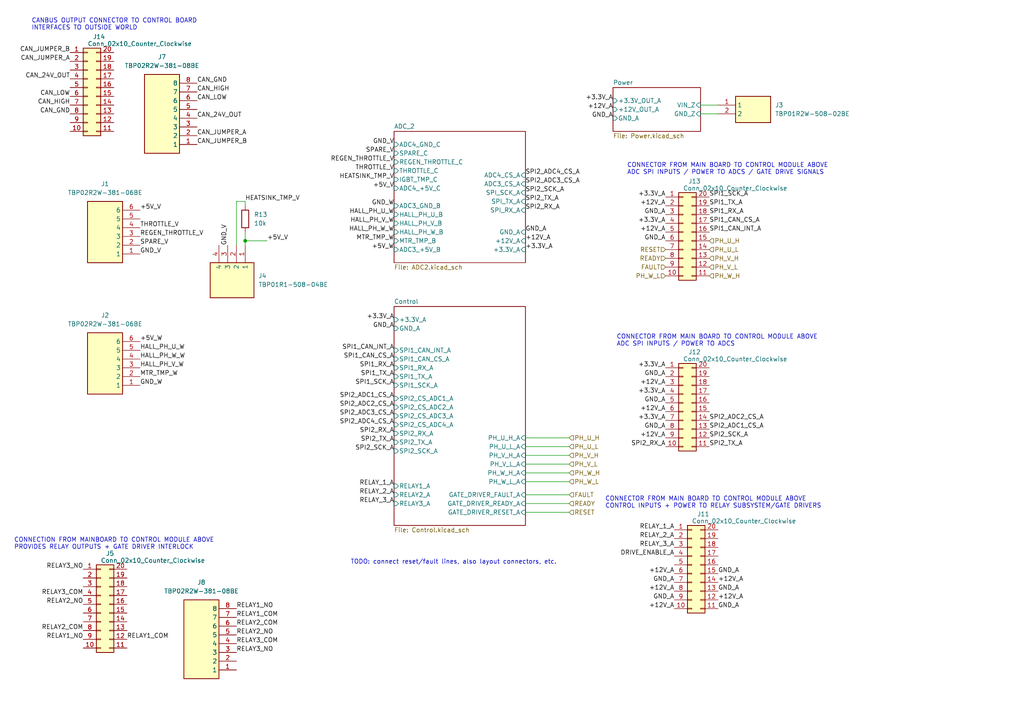
<source format=kicad_sch>
(kicad_sch (version 20250114) (generator "eeschema") (generator_version "9.0")
  (paper "A4")
  (lib_symbols
    (symbol "Connector_Generic:Conn_02x10_Counter_Clockwise" (pin_names (offset 1.016) (hide yes))
      (property "Reference" "J" (at 1.27 12.7 0))
      (property "Value" "Conn_02x10_Counter_Clockwise" (at 1.27 -15.24 0))
      (symbol "Conn_02x10_Counter_Clockwise_1_1"
        (rectangle (start -1.27 11.43) (end 3.81 -13.97) (stroke (width 0.254)) (fill (type background)))
        (rectangle (start -1.27 10.287) (end 0 10.033) (stroke (width 0.1524)))
        (rectangle (start -1.27 7.747) (end 0 7.493) (stroke (width 0.1524)))
        (rectangle (start -1.27 5.207) (end 0 4.953) (stroke (width 0.1524)))
        (rectangle (start -1.27 2.667) (end 0 2.413) (stroke (width 0.1524)))
        (rectangle (start -1.27 0.127) (end 0 -0.127) (stroke (width 0.1524)))
        (rectangle (start -1.27 -2.413) (end 0 -2.667) (stroke (width 0.1524)))
        (rectangle (start -1.27 -4.953) (end 0 -5.207) (stroke (width 0.1524)))
        (rectangle (start -1.27 -7.493) (end 0 -7.747) (stroke (width 0.1524)))
        (rectangle (start -1.27 -10.033) (end 0 -10.287) (stroke (width 0.1524)))
        (rectangle (start -1.27 -12.573) (end 0 -12.827) (stroke (width 0.1524)))
        (rectangle (start 3.81 10.287) (end 2.54 10.033) (stroke (width 0.1524)))
        (rectangle (start 3.81 7.747) (end 2.54 7.493) (stroke (width 0.1524)))
        (rectangle (start 3.81 5.207) (end 2.54 4.953) (stroke (width 0.1524)))
        (rectangle (start 3.81 2.667) (end 2.54 2.413) (stroke (width 0.1524)))
        (rectangle (start 3.81 0.127) (end 2.54 -0.127) (stroke (width 0.1524)))
        (rectangle (start 3.81 -2.413) (end 2.54 -2.667) (stroke (width 0.1524)))
        (rectangle (start 3.81 -4.953) (end 2.54 -5.207) (stroke (width 0.1524)))
        (rectangle (start 3.81 -7.493) (end 2.54 -7.747) (stroke (width 0.1524)))
        (rectangle (start 3.81 -10.033) (end 2.54 -10.287) (stroke (width 0.1524)))
        (rectangle (start 3.81 -12.573) (end 2.54 -12.827) (stroke (width 0.1524)))
        (pin passive line (at -5.08 10.16 0) (length 3.81) (name "Pin_1") (number "1"))
        (pin passive line (at -5.08 7.62 0) (length 3.81) (name "Pin_2") (number "2"))
        (pin passive line (at -5.08 5.08 0) (length 3.81) (name "Pin_3") (number "3"))
        (pin passive line (at -5.08 2.54 0) (length 3.81) (name "Pin_4") (number "4"))
        (pin passive line (at -5.08 0 0) (length 3.81) (name "Pin_5") (number "5"))
        (pin passive line (at -5.08 -2.54 0) (length 3.81) (name "Pin_6") (number "6"))
        (pin passive line (at -5.08 -5.08 0) (length 3.81) (name "Pin_7") (number "7"))
        (pin passive line (at -5.08 -7.62 0) (length 3.81) (name "Pin_8") (number "8"))
        (pin passive line (at -5.08 -10.16 0) (length 3.81) (name "Pin_9") (number "9"))
        (pin passive line (at -5.08 -12.7 0) (length 3.81) (name "Pin_10") (number "10"))
        (pin passive line (at 7.62 10.16 180) (length 3.81) (name "Pin_20") (number "20"))
        (pin passive line (at 7.62 7.62 180) (length 3.81) (name "Pin_19") (number "19"))
        (pin passive line (at 7.62 5.08 180) (length 3.81) (name "Pin_18") (number "18"))
        (pin passive line (at 7.62 2.54 180) (length 3.81) (name "Pin_17") (number "17"))
        (pin passive line (at 7.62 0 180) (length 3.81) (name "Pin_16") (number "16"))
        (pin passive line (at 7.62 -2.54 180) (length 3.81) (name "Pin_15") (number "15"))
        (pin passive line (at 7.62 -5.08 180) (length 3.81) (name "Pin_14") (number "14"))
        (pin passive line (at 7.62 -7.62 180) (length 3.81) (name "Pin_13") (number "13"))
        (pin passive line (at 7.62 -10.16 180) (length 3.81) (name "Pin_12") (number "12"))
        (pin passive line (at 7.62 -12.7 180) (length 3.81) (name "Pin_11") (number "11"))
      )
    )
    (symbol "Device:R" (pin_numbers (hide yes)) (pin_names (offset 0))
      (property "Reference" "R" (at 2.032 0 90))
      (property "Value" "R" (at 0 0 90))
      (symbol "R_0_1"
        (rectangle (start -1.016 -2.54) (end 1.016 2.54) (stroke (width 0.254)))
      )
      (symbol "R_1_1"
        (pin passive line (at 0 3.81 270) (length 1.27) (name "~") (number "1"))
        (pin passive line (at 0 -3.81 90) (length 1.27) (name "~") (number "2"))
      )
    )
    (symbol "InverterCom:776231-1"
      (property "Reference" "J" (at 21.59 7.62 0))
      (property "Value" "776231-1" (at 21.59 5.08 0))
      (symbol "776231-1_1_1"
        (rectangle (start 5.08 2.54) (end 20.32 -50.8) (stroke (width 0.254)) (fill (type background)))
        (pin passive line (at 0 0 0) (length 5.08) (name "1") (number "1"))
        (pin passive line (at 0 -2.54 0) (length 5.08) (name "2") (number "2"))
        (pin passive line (at 0 -5.08 0) (length 5.08) (name "3") (number "3"))
        (pin passive line (at 0 -7.62 0) (length 5.08) (name "4") (number "4"))
        (pin passive line (at 0 -10.16 0) (length 5.08) (name "5") (number "5"))
        (pin passive line (at 0 -12.7 0) (length 5.08) (name "6") (number "6"))
        (pin passive line (at 0 -15.24 0) (length 5.08) (name "7") (number "7"))
        (pin passive line (at 0 -17.78 0) (length 5.08) (name "8") (number "8"))
        (pin passive line (at 0 -20.32 0) (length 5.08) (name "9") (number "9"))
        (pin passive line (at 0 -22.86 0) (length 5.08) (name "10") (number "10"))
        (pin passive line (at 0 -25.4 0) (length 5.08) (name "11") (number "11"))
        (pin passive line (at 0 -27.94 0) (length 5.08) (name "12") (number "12"))
        (pin passive line (at 0 -30.48 0) (length 5.08) (name "13") (number "13"))
        (pin passive line (at 0 -33.02 0) (length 5.08) (name "14") (number "14"))
        (pin passive line (at 0 -35.56 0) (length 5.08) (name "15") (number "15"))
        (pin passive line (at 0 -38.1 0) (length 5.08) (name "16") (number "16"))
        (pin passive line (at 0 -40.64 0) (length 5.08) (name "17") (number "17"))
        (pin passive line (at 0 -43.18 0) (length 5.08) (name "18") (number "18"))
        (pin passive line (at 0 -45.72 0) (length 5.08) (name "19") (number "19"))
        (pin passive line (at 0 -48.26 0) (length 5.08) (name "20") (number "20"))
        (pin passive line (at 25.4 0 180) (length 5.08) (name "21") (number "21"))
        (pin passive line (at 25.4 -2.54 180) (length 5.08) (name "22") (number "22"))
        (pin passive line (at 25.4 -5.08 180) (length 5.08) (name "23") (number "23"))
        (pin passive line (at 25.4 -7.62 180) (length 5.08) (name "24") (number "24"))
        (pin passive line (at 25.4 -10.16 180) (length 5.08) (name "25") (number "25"))
        (pin passive line (at 25.4 -12.7 180) (length 5.08) (name "26") (number "26"))
        (pin passive line (at 25.4 -15.24 180) (length 5.08) (name "27") (number "27"))
        (pin passive line (at 25.4 -17.78 180) (length 5.08) (name "28") (number "28"))
        (pin passive line (at 25.4 -20.32 180) (length 5.08) (name "29") (number "29"))
        (pin passive line (at 25.4 -22.86 180) (length 5.08) (name "30") (number "30"))
        (pin passive line (at 25.4 -25.4 180) (length 5.08) (name "31") (number "31"))
        (pin passive line (at 25.4 -27.94 180) (length 5.08) (name "32") (number "32"))
        (pin passive line (at 25.4 -30.48 180) (length 5.08) (name "33") (number "33"))
        (pin passive line (at 25.4 -33.02 180) (length 5.08) (name "34") (number "34"))
        (pin passive line (at 25.4 -35.56 180) (length 5.08) (name "35") (number "35"))
        (pin passive line (at 25.4 -38.1 180) (length 5.08) (name "MH1") (number "MH1"))
        (pin passive line (at 25.4 -40.64 180) (length 5.08) (name "MH2") (number "MH2"))
        (pin passive line (at 25.4 -43.18 180) (length 5.08) (name "MH3") (number "MH3"))
        (pin passive line (at 25.4 -45.72 180) (length 5.08) (name "MH4") (number "MH4"))
      )
    )
    (symbol "InverterCom:TBP01R1-508-04BE"
      (property "Reference" "J" (at 16.51 7.62 0))
      (property "Value" "TBP01R1-508-04BE" (at 16.51 5.08 0))
      (symbol "TBP01R1-508-04BE_1_1"
        (rectangle (start 5.08 2.54) (end 15.24 -10.16) (stroke (width 0.254)) (fill (type background)))
        (pin passive line (at 0 0 0) (length 5.08) (name "1") (number "1"))
        (pin passive line (at 0 -2.54 0) (length 5.08) (name "2") (number "2"))
        (pin passive line (at 0 -5.08 0) (length 5.08) (name "3") (number "3"))
        (pin passive line (at 0 -7.62 0) (length 5.08) (name "4") (number "4"))
      )
    )
    (symbol "InverterCom:TBP01R2W-508-02BE"
      (property "Reference" "J" (at 16.51 7.62 0))
      (property "Value" "TBP01R2W-508-02BE" (at 16.51 5.08 0))
      (symbol "TBP01R2W-508-02BE_1_1"
        (rectangle (start 5.08 2.54) (end 15.24 -5.08) (stroke (width 0.254)) (fill (type background)))
        (pin passive line (at 0 0 0) (length 5.08) (name "1") (number "1"))
        (pin passive line (at 0 -2.54 0) (length 5.08) (name "2") (number "2"))
      )
    )
    (symbol "InverterCom:TBP02R2W-381-06BE"
      (property "Reference" "J" (at 16.51 7.62 0))
      (property "Value" "TBP02R2W-381-06BE" (at 16.51 5.08 0))
      (symbol "TBP02R2W-381-06BE_1_1"
        (rectangle (start 5.08 2.54) (end 15.24 -15.24) (stroke (width 0.254)) (fill (type background)))
        (pin passive line (at 0 0 0) (length 5.08) (name "1") (number "1"))
        (pin passive line (at 0 -2.54 0) (length 5.08) (name "2") (number "2"))
        (pin passive line (at 0 -5.08 0) (length 5.08) (name "3") (number "3"))
        (pin passive line (at 0 -7.62 0) (length 5.08) (name "4") (number "4"))
        (pin passive line (at 0 -10.16 0) (length 5.08) (name "5") (number "5"))
        (pin passive line (at 0 -12.7 0) (length 5.08) (name "6") (number "6"))
      )
    )
    (symbol "InverterCom:TBP02R2W-381-08BE"
      (property "Reference" "J" (at 16.51 7.62 0))
      (property "Value" "TBP02R2W-381-08BE" (at 16.51 5.08 0))
      (symbol "TBP02R2W-381-08BE_1_1"
        (rectangle (start 5.08 2.54) (end 15.24 -20.32) (stroke (width 0.254)) (fill (type background)))
        (pin passive line (at 0 0 0) (length 5.08) (name "1") (number "1"))
        (pin passive line (at 0 -2.54 0) (length 5.08) (name "2") (number "2"))
        (pin passive line (at 0 -5.08 0) (length 5.08) (name "3") (number "3"))
        (pin passive line (at 0 -7.62 0) (length 5.08) (name "4") (number "4"))
        (pin passive line (at 0 -10.16 0) (length 5.08) (name "5") (number "5"))
        (pin passive line (at 0 -12.7 0) (length 5.08) (name "6") (number "6"))
        (pin passive line (at 0 -15.24 0) (length 5.08) (name "7") (number "7"))
        (pin passive line (at 0 -17.78 0) (length 5.08) (name "8") (number "8"))
      )
    )
  )
  (text "TODO:\nCONNECTOR FOR ADC INPUTS (THROTTLE/ENCODER/TMP)\n- INTERNAL CONN FOR VOLTAGE/CURRENT SENSE INPUTS\n- DIGITAL INPUT (MAYBE TWO), DRIVE INTERLOCK (TURNS OFF RELAY OR SMTH TO DISCONN POWER)\n- RELAY OUTPUT CONNECTOR\n- WIRING HARNESS ADAPTER FROM OUR CONNECTORS TO ZERO'S 35 PIN." (at 337.058 143.256 0) (effects (font (size 1.27 1.27)) (justify left)))
  (text "CONNECTOR FROM MAIN BOARD TO CONTROL MODULE ABOVE\nADC SPI INPUTS / POWER TO ADCS / GATE DRIVE SIGNALS" (at 181.864 49.022 0) (effects (font (size 1.27 1.27)) (justify left)))
  (text "ZERO COMPATIBILITY REQUIREMENTS\n\n- KEY INPUT (LIVE TO BATTERY RELATIVE TO BATT- ON 6/1)\n- NEEDS TO SUPPORT SEVCON CANBUS TERM JUMPER\n- NEEDS 24V PSU (CANBUS) OUT ON 28\n- NEEDS CAN LOW/HIGH (27/16)\n- NEEDS DIGITAL INPUT ON 18\n- ENCODER POWER GND ON 15\n- ENCODER POWER + (5V) ON 26\n- COSINE INPUT ON 35\n- MOTOR TEMP SENSE ON 33 (EXPECTING IT TO BE TIED TO INV-COM)\n- THROTTLE IDLE SWITCH ON 30\n- THROTTLE SENSOR 2 SIGNAL ON 23\n- THROTTLE SENSOR 1 SIGNAL ON 22 (REFERENCED TO INV COM)" (at 333.248 23.622 0) (effects (font (size 1.27 1.27)) (justify left)))
  (text "THE FOLLOWING PINOUT IS BASED ON SEVCON GEN 4\nINVERTERS, AND IS INTENDED TO BE A PIN-COMPATIBLE REPLACEMENT\n(PLEASE REFERENCE: https://www.thunderstruck-ev.com/images/Gen4%20Product%20Manual%20V3%204.pdf)" (at 354.076 115.824 0) (effects (font (size 1.27 1.27))))
  (text "TODO: connect reset/fault lines, also layout connectors, etc." (at 131.572 163.068 0) (effects (font (size 1.27 1.27))))
  (text "CONNECTOR FROM MAIN BOARD TO CONTROL MODULE ABOVE\nCONTROL INPUTS + POWER TO RELAY SUBSYSTEM/GATE DRIVERS" (at 175.514 145.796 0) (effects (font (size 1.27 1.27)) (justify left)))
  (text "CANBUS OUTPUT CONNECTOR TO CONTROL BOARD\nINTERFACES TO OUTSIDE WORLD" (at 9.144 7.112 0) (effects (font (size 1.27 1.27)) (justify left)))
  (text "CONNECTION FROM MAINBOARD TO CONTROL MODULE ABOVE\nPROVIDES RELAY OUTPUTS + GATE DRIVER INTERLOCK" (at 4.064 157.734 0) (effects (font (size 1.27 1.27)) (justify left)))
  (text "CONNECTOR FROM MAIN BOARD TO CONTROL MODULE ABOVE\nADC SPI INPUTS / POWER TO ADCS" (at 178.816 98.806 0) (effects (font (size 1.27 1.27)) (justify left)))
  (junction (at 71.12 69.85))
  (wire (pts (xy 152.4 148.59) (xy 165.1 148.59)))
  (wire (pts (xy 71.12 58.42) (xy 68.58 58.42)))
  (wire (pts (xy 152.4 134.62) (xy 165.1 134.62)))
  (wire (pts (xy 203.2 33.02) (xy 208.28 33.02)))
  (wire (pts (xy 152.4 137.16) (xy 165.1 137.16)))
  (wire (pts (xy 152.4 139.7) (xy 165.1 139.7)))
  (wire (pts (xy 152.4 146.05) (xy 165.1 146.05)))
  (wire (pts (xy 152.4 132.08) (xy 165.1 132.08)))
  (wire (pts (xy 203.2 30.48) (xy 208.28 30.48)))
  (wire (pts (xy 68.58 58.42) (xy 68.58 71.12)))
  (wire (pts (xy 152.4 127) (xy 165.1 127)))
  (wire (pts (xy 152.4 129.54) (xy 165.1 129.54)))
  (wire (pts (xy 71.12 69.85) (xy 77.47 69.85)))
  (wire (pts (xy 71.12 69.85) (xy 71.12 71.12)))
  (wire (pts (xy 152.4 143.51) (xy 165.1 143.51)))
  (wire (pts (xy 71.12 59.69) (xy 71.12 58.42)))
  (wire (pts (xy 71.12 67.31) (xy 71.12 69.85)))
  (label "RELAY1_COM" (at 36.83 185.42 0))
  (label "CANBUS_LOW" (at 365.76 72.39 0))
  (label "+5V_V" (at 77.47 69.85 0))
  (label "DIGITAL_INPUT_1" (at 340.36 100.33 180))
  (label "REGEN_THROTTLE_V" (at 114.3 46.99 180))
  (label "DIGITAL_INPUT_4" (at 365.76 82.55 0))
  (label "RELAY3_COM" (at 68.58 186.69 0))
  (label "OUTPUT_1_SUPPLY" (at 340.36 64.77 180))
  (label "GND_A" (at 195.58 173.99 180))
  (label "RELAY3_NO" (at 24.13 165.1 180))
  (label "GND_V" (at 40.64 73.66 0))
  (label "+3.3V_A" (at 193.04 121.92 180))
  (label "SPI1_CAN_CS_A" (at 114.3 104.14 180))
  (label "+3.3V_A" (at 193.04 57.15 180))
  (label "DIGITAL_INPUT_2" (at 365.76 80.01 0))
  (label "SPI2_TX_A" (at 205.74 129.54 0))
  (label "ENABLE_SWITCH_LIVE" (at 340.36 80.01 180))
  (label "+3.3V_A" (at 193.04 114.3 180))
  (label "HALL_PH_W_W" (at 40.64 104.14 0))
  (label "+5V_V" (at 114.3 54.61 180))
  (label "OUTPUT_2_SUPPLY" (at 340.36 74.93 180))
  (label "MTR_TMP_W" (at 114.3 69.85 180))
  (label "RELAY_2_A" (at 114.3 143.51 180))
  (label "ENCODER_POWER_NEGATIVE" (at 340.36 92.71 180))
  (label "GND_A" (at 152.4 67.31 0))
  (label "+12V_A" (at 208.28 168.91 0))
  (label "SPI2_ADC1_CS_A" (at 114.3 115.57 180))
  (label "RELAY2_COM" (at 24.13 182.88 180))
  (label "GND_A" (at 208.28 171.45 0))
  (label "RELAY1_COM" (at 68.58 179.07 0))
  (label "GND_V" (at 114.3 41.91 180))
  (label "RELAY2_COM" (at 68.58 181.61 0))
  (label "RELAY3_COM" (at 24.13 172.72 180))
  (label "SPI2_ADC2_CS_A" (at 114.3 118.11 180))
  (label "DIGITAL_INPUT_7" (at 365.76 85.09 0))
  (label "CAN_GND" (at 57.15 24.13 0))
  (label "CANBUS_POWER_OUT" (at 365.76 74.93 0))
  (label "CANBUS_HIGH" (at 340.36 95.25 180))
  (label "SPI2_TX_A" (at 152.4 58.42 0))
  (label "SPI2_TX_A" (at 114.3 128.27 180))
  (label "SPI2_RX_A" (at 152.4 60.96 0))
  (label "ENCODER_POWER_5V_OUT" (at 365.76 69.85 0))
  (label "MTR_TMP_W" (at 40.64 109.22 0))
  (label "DIGITAL_INPUT_6" (at 340.36 77.47 180))
  (label "GND_V" (at 66.04 71.12 90))
  (label "ENABLE_SWITCH_LIVE" (at 340.36 57.15 180))
  (label "RELAY1_NO" (at 24.13 185.42 180))
  (label "HALL_PH_U_W" (at 114.3 62.23 180))
  (label "GND_A" (at 208.28 176.53 0))
  (label "SPI2_ADC3_CS_A" (at 114.3 120.65 180))
  (label "GND_W" (at 40.64 111.76 0))
  (label "+12V_A" (at 193.04 127 180))
  (label "SPI1_RX_A" (at 205.74 62.23 0))
  (label "+12V_A" (at 193.04 67.31 180))
  (label "SPARE_V" (at 114.3 44.45 180))
  (label "DIGITAL_INPUT_8" (at 365.76 57.15 0))
  (label "SPI1_TX_A" (at 114.3 109.22 180))
  (label "+12V_A" (at 195.58 166.37 180))
  (label "RELAY_2_A" (at 195.58 156.21 180))
  (label "CAN_JUMPER_B" (at 20.32 15.24 180))
  (label "RELAY1_NO" (at 68.58 176.53 0))
  (label "+12V_A" (at 195.58 171.45 180))
  (label "SPI2_RX_A" (at 114.3 125.73 180))
  (label "CAN_HIGH" (at 57.15 26.67 0))
  (label "+12V_A" (at 208.28 173.99 0))
  (label "SPI1_CAN_INT_A" (at 114.3 101.6 180))
  (label "+3.3V_A" (at 193.04 106.68 180))
  (label "+12V_A" (at 177.8 31.75 180))
  (label "POT_1_WIPER_IN" (at 365.76 59.69 0))
  (label "SPI2_SCK_A" (at 205.74 127 0))
  (label "RELAY2_NO" (at 68.58 184.15 0))
  (label "ENCODER_V" (at 340.36 97.79 180))
  (label "CAN_GND" (at 20.32 33.02 180))
  (label "+12V_A" (at 195.58 176.53 180))
  (label "+12V_A" (at 193.04 111.76 180))
  (label "SPI2_SCK_A" (at 114.3 130.81 180))
  (label "GND_A" (at 195.58 168.91 180))
  (label "RELAY_1_A" (at 195.58 153.67 180))
  (label "GND_A" (at 177.8 34.29 180))
  (label "ENCODER_B_INPUT" (at 365.76 67.31 0))
  (label "THROTTLE_V" (at 40.64 66.04 0))
  (label "SPI2_ADC4_CS_A" (at 152.4 50.8 0))
  (label "SPARE_V" (at 40.64 71.12 0))
  (label "SPI2_SCK_A" (at 152.4 55.88 0))
  (label "CAN_HIGH" (at 20.32 30.48 180))
  (label "GND_A" (at 208.28 166.37 0))
  (label "DIGITAL_INPUT_5" (at 340.36 105.41 180))
  (label "CANBUS_TERMINATION_JUMPER" (at 340.36 59.69 180))
  (label "CAN_JUMPER_B" (at 57.15 41.91 0))
  (label "+3.3V_A" (at 177.8 29.21 180))
  (label "CANBUS_LOW" (at 365.76 64.77 0))
  (label "REGEN_THROTTLE_V" (at 40.64 68.58 0))
  (label "HALL_PH_V_W" (at 114.3 64.77 180))
  (label "ENCODER_U" (at 340.36 67.31 180))
  (label "SPI2_RX_A" (at 193.04 129.54 180))
  (label "HALL_PH_W_W" (at 114.3 67.31 180))
  (label "CAN_JUMPER_A" (at 20.32 17.78 180))
  (label "CONTACTOR_1_OUT" (at 340.36 62.23 180))
  (label "GND_A" (at 193.04 116.84 180))
  (label "CANBUS_HIGH" (at 340.36 87.63 180))
  (label "GND_A" (at 193.04 124.46 180))
  (label "SPI1_SCK_A" (at 205.74 57.15 0))
  (label "HALL_PH_V_W" (at 40.64 106.68 0))
  (label "SPI1_SCK_A" (at 114.3 111.76 180))
  (label "DRIVE_ENABLE_A" (at 195.58 161.29 180))
  (label "+12V_A" (at 193.04 119.38 180))
  (label "CONTACTOR_OUT_2" (at 340.36 72.39 180))
  (label "CONTACTOR_OUT_3" (at 340.36 82.55 180))
  (label "SPI1_CAN_INT_A" (at 205.74 67.31 0))
  (label "GND_A" (at 193.04 62.23 180))
  (label "+3.3V_A" (at 152.4 72.39 0))
  (label "ENABLE_SWITCH_LIVE" (at 340.36 69.85 180))
  (label "SPI2_ADC4_CS_A" (at 114.3 123.19 180))
  (label "POT_2_WIPER_IN" (at 365.76 62.23 0))
  (label "+12V_A" (at 193.04 59.69 180))
  (label "DIGITAL_INPUT_3" (at 340.36 102.87 180))
  (label "SPI2_ADC1_CS_A" (at 205.74 124.46 0))
  (label "OUTPUT_SUPPLY_3" (at 340.36 85.09 180))
  (label "POT_2_POWER_SUPPLY" (at 365.76 92.71 0))
  (label "SPI1_CAN_CS_A" (at 205.74 64.77 0))
  (label "CAN_LOW" (at 57.15 29.21 0))
  (label "CAN_24V_OUT" (at 20.32 22.86 180))
  (label "THROTTLE_V" (at 114.3 49.53 180))
  (label "RELAY2_NO" (at 24.13 175.26 180))
  (label "SPI1_TX_A" (at 205.74 59.69 0))
  (label "HEATSINK_TMP_V" (at 114.3 52.07 180))
  (label "SPI2_ADC3_CS_A" (at 152.4 53.34 0))
  (label "HEATSINK_TMP_V" (at 71.12 58.42 0))
  (label "GND_W" (at 114.3 59.69 180))
  (label "SPI2_ADC2_CS_A" (at 205.74 121.92 0))
  (label "+12V_A" (at 152.4 69.85 0))
  (label "RELAY_3_A" (at 195.58 158.75 180))
  (label "GND_A" (at 114.3 95.25 180))
  (label "ENCODER_W" (at 365.76 77.47 0))
  (label "RELAY3_NO" (at 68.58 189.23 0))
  (label "+5V_W" (at 40.64 99.06 0))
  (label "SPI1_RX_A" (at 114.3 106.68 180))
  (label "CAN_24V_OUT" (at 57.15 34.29 0))
  (label "MOTOR_THERMISTOR" (at 365.76 87.63 0))
  (label "+5V_V" (at 40.64 60.96 0))
  (label "GND_A" (at 193.04 69.85 180))
  (label "CAN_JUMPER_A" (at 57.15 39.37 0))
  (label "+5V_W" (at 114.3 72.39 180))
  (label "GND_A" (at 193.04 109.22 180))
  (label "CAN_LOW" (at 20.32 27.94 180))
  (label "+3.3V_A" (at 193.04 64.77 180))
  (label "POT_1_POWER_SUPPLY" (at 365.76 90.17 0))
  (label "HALL_PH_U_W" (at 40.64 101.6 0))
  (label "RELAY_1_A" (at 114.3 140.97 180))
  (label "RELAY_3_A" (at 114.3 146.05 180))
  (label "+3.3V_A" (at 114.3 92.71 180))
  (label "ENCODER_A_INPUT" (at 340.36 90.17 180))
  (hierarchical_label "RESET" (shape input) (at 193.04 72.39 180))
  (hierarchical_label "PH_V_H" (shape input) (at 165.1 132.08 0))
  (hierarchical_label "PH_U_L" (shape input) (at 165.1 129.54 0))
  (hierarchical_label "PH_U_H" (shape input) (at 205.74 69.85 0))
  (hierarchical_label "PH_V_L" (shape input) (at 165.1 134.62 0))
  (hierarchical_label "FAULT" (shape input) (at 193.04 77.47 180))
  (hierarchical_label "PH_W_L" (shape input) (at 193.04 80.01 180))
  (hierarchical_label "RESET" (shape input) (at 165.1 148.59 0))
  (hierarchical_label "FAULT" (shape input) (at 165.1 143.51 0))
  (hierarchical_label "PH_V_H" (shape input) (at 205.74 74.93 0))
  (hierarchical_label "PH_U_L" (shape input) (at 205.74 72.39 0))
  (hierarchical_label "PH_W_H" (shape input) (at 205.74 80.01 0))
  (hierarchical_label "PH_U_H" (shape input) (at 165.1 127 0))
  (hierarchical_label "READY" (shape input) (at 193.04 74.93 180))
  (hierarchical_label "READY" (shape input) (at 165.1 146.05 0))
  (hierarchical_label "PH_V_L" (shape input) (at 205.74 77.47 0))
  (hierarchical_label "PH_W_L" (shape input) (at 165.1 139.7 0))
  (hierarchical_label "PH_W_H" (shape input) (at 165.1 137.16 0))
  (symbol (lib_id "Connector_Generic:Conn_02x10_Counter_Clockwise") (at 25.4 25.4 0) (unit 1)
    (property "Reference" "J14" (at 26.924 10.668 0) (effects (justify left)))
    (property "Value" "Conn_02x10_Counter_Clockwise" (at 25.4001 12.7 0) (effects (justify left)))
    (property "Footprint" "Connector_PinSocket_2.54mm:PinSocket_2x10_P2.54mm_Vertical" (effects (hide yes)))
    (property "Description" "Generic connector, double row, 02x10, counter clockwise pin numbering scheme (similar to DIP package numbering), script generated (kicad-library-utils/schlib/autogen/connector/)" (effects (hide yes)))
  )
  (symbol (lib_id "InverterCom:TBP02R2W-381-08BE") (at 68.58 194.31 180) (unit 1)
    (property "Reference" "J8" (at 58.42 168.91 0))
    (property "Value" "TBP02R2W-381-08BE" (at 58.42 171.45 0))
    (property "Footprint" "InverterCom:TBP02R2W38108BE" (effects (hide yes)))
    (property "Datasheet" "https://www.sameskydevices.com/product/resource/tbp02r2w-381.pdf" (effects (hide yes)))
    (property "Description" "TBP02R2W-381 Series - 2~24 Poles, Pluggable, Receptacle, Vertical, 3.81 Pitch, Terminal Block Connector" (effects (hide yes)))
    (property "Height" "9.2" (effects (hide yes)))
    (property "Mouser Part Number" "490-TBP02R2W-38108BE" (effects (hide yes)))
    (property "Mouser Price/Stock" "https://www.mouser.co.uk/ProductDetail/Same-Sky/TBP02R2W-381-08BE?qs=PzGy0jfpSMsy8Qrmxc%252Brhg%3D%3D" (effects (hide yes)))
    (property "Manufacturer_Name" "Same Sky" (effects (hide yes)))
    (property "Manufacturer_Part_Number" "TBP02R2W-381-08BE" (effects (hide yes)))
  )
  (symbol (lib_id "Device:R") (at 71.12 63.5 0) (unit 1)
    (property "Reference" "R13" (at 73.66 62.2299 0) (effects (justify left)))
    (property "Value" "10k" (at 73.66 64.7699 0) (effects (justify left)))
    (property "Footprint" "Resistor_SMD:R_1210_3225Metric_Pad1.30x2.65mm_HandSolder" (effects (hide yes)))
    (property "Description" "Resistor" (effects (hide yes)))
  )
  (symbol (lib_id "InverterCom:TBP01R2W-508-02BE") (at 208.28 30.48 0) (unit 1)
    (property "Reference" "J3" (at 224.79 30.4799 0) (effects (justify left)))
    (property "Value" "TBP01R2W-508-02BE" (at 224.79 33.0199 0) (effects (justify left)))
    (property "Footprint" "TBP01R2W50802BE" (effects (hide yes)))
    (property "Datasheet" "https://www.sameskydevices.com/product/resource/tbp01r2w-508.pdf" (effects (hide yes)))
    (property "Description" "TBP01R2W-508 Series - 2~24 Poles, Pluggable, Receptacle, Vertical 5.08 Pitch, Terminal Block Connector" (effects (hide yes)))
    (property "Height" "12.4" (effects (hide yes)))
    (property "Mouser Part Number" "490-TBP01R2W-50802BE" (effects (hide yes)))
    (property "Mouser Price/Stock" "https://www.mouser.co.uk/ProductDetail/CUI-Devices/TBP01R2W-508-02BE?qs=PzGy0jfpSMv0R3n6%2FsgXSg%3D%3D" (effects (hide yes)))
    (property "Manufacturer_Name" "Same Sky" (effects (hide yes)))
    (property "Manufacturer_Part_Number" "TBP01R2W-508-02BE" (effects (hide yes)))
  )
  (symbol (lib_id "Connector_Generic:Conn_02x10_Counter_Clockwise") (at 29.21 175.26 0) (unit 1)
    (property "Reference" "J5" (at 30.734 160.528 0) (effects (justify left)))
    (property "Value" "Conn_02x10_Counter_Clockwise" (at 29.2101 162.56 0) (effects (justify left)))
    (property "Footprint" "Connector_PinSocket_2.54mm:PinSocket_2x10_P2.54mm_Vertical" (effects (hide yes)))
    (property "Description" "Generic connector, double row, 02x10, counter clockwise pin numbering scheme (similar to DIP package numbering), script generated (kicad-library-utils/schlib/autogen/connector/)" (effects (hide yes)))
  )
  (symbol (lib_id "Connector_Generic:Conn_02x10_Counter_Clockwise") (at 200.66 163.83 0) (unit 1)
    (property "Reference" "J11" (at 202.184 149.098 0) (effects (justify left)))
    (property "Value" "Conn_02x10_Counter_Clockwise" (at 200.6601 151.13 0) (effects (justify left)))
    (property "Footprint" "Connector_PinSocket_2.54mm:PinSocket_2x10_P2.54mm_Vertical" (effects (hide yes)))
    (property "Description" "Generic connector, double row, 02x10, counter clockwise pin numbering scheme (similar to DIP package numbering), script generated (kicad-library-utils/schlib/autogen/connector/)" (effects (hide yes)))
  )
  (symbol (lib_id "InverterCom:TBP01R1-508-04BE") (at 71.12 71.12 270) (unit 1)
    (property "Reference" "J4" (at 74.93 80.0099 90) (effects (justify left)))
    (property "Value" "TBP01R1-508-04BE" (at 74.93 82.5499 90) (effects (justify left)))
    (property "Footprint" "TBP01R150804BE" (effects (hide yes)))
    (property "Datasheet" "https://www.sameskydevices.com/product/resource/supplyframepdf/tbp01r1-508.pdf" (effects (hide yes)))
    (property "Description" "2~24 Poles, Pluggable, Receptacle, Horizontal, 5.08 Pitch, Terminal Block Connector" (effects (hide yes)))
    (property "Height" "8.9" (effects (hide yes)))
    (property "Mouser Part Number" "490-TBP01R1-508-04BE" (effects (hide yes)))
    (property "Mouser Price/Stock" "https://www.mouser.co.uk/ProductDetail/Same-Sky/TBP01R1-508-04BE?qs=PzGy0jfpSMtbuigPwCNi2Q%3D%3D" (effects (hide yes)))
    (property "Manufacturer_Name" "Same Sky" (effects (hide yes)))
    (property "Manufacturer_Part_Number" "TBP01R1-508-04BE" (effects (hide yes)))
  )
  (symbol (lib_id "InverterCom:TBP02R2W-381-06BE") (at 40.64 111.76 180) (unit 1)
    (property "Reference" "J2" (at 30.48 91.44 0))
    (property "Value" "TBP02R2W-381-06BE" (at 30.48 93.98 0))
    (property "Footprint" "TBP02R2W38106BE" (effects (hide yes)))
    (property "Datasheet" "https://www.sameskydevices.com/product/resource/tbp02r2w-381.pdf" (effects (hide yes)))
    (property "Description" "TBP02R2W-381 Series - 2~24 Poles, Pluggable, Receptacle, Vertical, 3.81 Pitch, Terminal Block Connector" (effects (hide yes)))
    (property "Height" "9.6" (effects (hide yes)))
    (property "Mouser Part Number" "490-TBP02R2W-38106BE" (effects (hide yes)))
    (property "Mouser Price/Stock" "https://www.mouser.co.uk/ProductDetail/CUI-Devices/TBP02R2W-381-06BE?qs=PzGy0jfpSMtr%2Ft0bFoapMQ%3D%3D" (effects (hide yes)))
    (property "Manufacturer_Name" "Same Sky" (effects (hide yes)))
    (property "Manufacturer_Part_Number" "TBP02R2W-381-06BE" (effects (hide yes)))
  )
  (symbol (lib_id "InverterCom:TBP02R2W-381-08BE") (at 57.15 41.91 180) (unit 1)
    (property "Reference" "J7" (at 46.99 16.51 0))
    (property "Value" "TBP02R2W-381-08BE" (at 46.99 19.05 0))
    (property "Footprint" "InverterCom:TBP02R2W38108BE" (effects (hide yes)))
    (property "Datasheet" "https://www.sameskydevices.com/product/resource/tbp02r2w-381.pdf" (effects (hide yes)))
    (property "Description" "TBP02R2W-381 Series - 2~24 Poles, Pluggable, Receptacle, Vertical, 3.81 Pitch, Terminal Block Connector" (effects (hide yes)))
    (property "Height" "9.2" (effects (hide yes)))
    (property "Mouser Part Number" "490-TBP02R2W-38108BE" (effects (hide yes)))
    (property "Mouser Price/Stock" "https://www.mouser.co.uk/ProductDetail/Same-Sky/TBP02R2W-381-08BE?qs=PzGy0jfpSMsy8Qrmxc%252Brhg%3D%3D" (effects (hide yes)))
    (property "Manufacturer_Name" "Same Sky" (effects (hide yes)))
    (property "Manufacturer_Part_Number" "TBP02R2W-381-08BE" (effects (hide yes)))
  )
  (symbol (lib_id "InverterCom:TBP02R2W-381-06BE") (at 40.64 73.66 180) (unit 1)
    (property "Reference" "J1" (at 30.48 53.34 0))
    (property "Value" "TBP02R2W-381-06BE" (at 30.48 55.88 0))
    (property "Footprint" "TBP02R2W38106BE" (effects (hide yes)))
    (property "Datasheet" "https://www.sameskydevices.com/product/resource/tbp02r2w-381.pdf" (effects (hide yes)))
    (property "Description" "TBP02R2W-381 Series - 2~24 Poles, Pluggable, Receptacle, Vertical, 3.81 Pitch, Terminal Block Connector" (effects (hide yes)))
    (property "Height" "9.6" (effects (hide yes)))
    (property "Mouser Part Number" "490-TBP02R2W-38106BE" (effects (hide yes)))
    (property "Mouser Price/Stock" "https://www.mouser.co.uk/ProductDetail/CUI-Devices/TBP02R2W-381-06BE?qs=PzGy0jfpSMtr%2Ft0bFoapMQ%3D%3D" (effects (hide yes)))
    (property "Manufacturer_Name" "Same Sky" (effects (hide yes)))
    (property "Manufacturer_Part_Number" "TBP02R2W-381-06BE" (effects (hide yes)))
  )
  (symbol (lib_id "Connector_Generic:Conn_02x10_Counter_Clockwise") (at 198.12 67.31 0) (unit 1)
    (property "Reference" "J13" (at 199.644 52.578 0) (effects (justify left)))
    (property "Value" "Conn_02x10_Counter_Clockwise" (at 198.1201 54.61 0) (effects (justify left)))
    (property "Footprint" "Connector_PinSocket_2.54mm:PinSocket_2x10_P2.54mm_Vertical" (effects (hide yes)))
    (property "Description" "Generic connector, double row, 02x10, counter clockwise pin numbering scheme (similar to DIP package numbering), script generated (kicad-library-utils/schlib/autogen/connector/)" (effects (hide yes)))
  )
  (symbol (lib_id "Connector_Generic:Conn_02x10_Counter_Clockwise") (at 198.12 116.84 0) (unit 1)
    (property "Reference" "J12" (at 199.644 102.108 0) (effects (justify left)))
    (property "Value" "Conn_02x10_Counter_Clockwise" (at 198.1201 104.14 0) (effects (justify left)))
    (property "Footprint" "Connector_PinSocket_2.54mm:PinSocket_2x10_P2.54mm_Vertical" (effects (hide yes)))
    (property "Description" "Generic connector, double row, 02x10, counter clockwise pin numbering scheme (similar to DIP package numbering), script generated (kicad-library-utils/schlib/autogen/connector/)" (effects (hide yes)))
  )
  (symbol (lib_id "InverterCom:776231-1") (at 340.36 57.15 0) (unit 1)
    (property "Reference" "J23" (at 353.06 49.53 0))
    (property "Value" "776231-1" (at 353.06 52.07 0))
    (property "Footprint" "InverterCom:7762311" (effects (hide yes)))
    (property "Datasheet" "https://www.te.com/commerce/DocumentDelivery/DDEController?Action=srchrtrv&DocNm=1-1773979-2&DocType=Data%20Sheet&DocLang=English&PartCntxt=776231-1&DocFormat=pdf" (effects (hide yes)))
    (property "Description" "Body Features: Connector & Keying Code 1 | Primary Product Color Black | Configuration Features: PCB Mount Orientation Vertical | Number of Positions 35 | Number of Rows 3 | Contact Features: Contact Current Rating (Max) 8 AMP | Contact Type Pin | Contact Mating Area Plating Material Tin | Housing Features: Centerline (Pitch) .157 INCH | Centerline (Pitch) 4 MM | Industry Standards: UL Flammability Rating UL 94V-0 | Mechanical Attachment: PCB Mount Retention Without | Mating Alignment With | PCB Mount Align" (effects (hide yes)))
    (property "Height" "34.25" (effects (hide yes)))
    (property "Mouser Part Number" "571-776231-1" (effects (hide yes)))
    (property "Mouser Price/Stock" "https://www.mouser.co.uk/ProductDetail/TE-Connectivity/776231-1?qs=YqNA2qefETAQAJm2ankyIA%3D%3D" (effects (hide yes)))
    (property "Manufacturer_Name" "TE Connectivity" (effects (hide yes)))
    (property "Manufacturer_Part_Number" "776231-1" (effects (hide yes)))
  )
  (sheet (at 114.3 38.1) (size 38.1 38.1) (stroke (width 0.1524))
    (property "Sheetname" "ADC_2" (at 114.3 37.3884 0) (effects (justify left bottom)))
    (property "Sheetfile" "ADC2.kicad_sch" (at 114.3 76.7846 0) (effects (justify left top)))
    (pin "+3.3V_A" input (at 152.4 72.39 0))
    (pin "ADC3_+5V_B" input (at 114.3 72.39 180))
    (pin "ADC3_GND_B" input (at 114.3 59.69 180))
    (pin "ADC4_+5V_C" input (at 114.3 54.61 180))
    (pin "ADC4_CS_A" input (at 152.4 50.8 0))
    (pin "ADC4_GND_C" input (at 114.3 41.91 180))
    (pin "GND_A" input (at 152.4 67.31 0))
    (pin "HALL_PH_U_B" input (at 114.3 62.23 180))
    (pin "HALL_PH_V_B" input (at 114.3 64.77 180))
    (pin "HALL_PH_W_B" input (at 114.3 67.31 180))
    (pin "IGBT_TMP_C" input (at 114.3 52.07 180))
    (pin "MTR_TMP_B" input (at 114.3 69.85 180))
    (pin "REGEN_THROTTLE_C" input (at 114.3 46.99 180))
    (pin "SPARE_C" input (at 114.3 44.45 180))
    (pin "THROTTLE_C" input (at 114.3 49.53 180))
    (pin "ADC3_CS_A" input (at 152.4 53.34 0))
    (pin "+12V_A" input (at 152.4 69.85 0))
    (pin "SPI_RX_A" input (at 152.4 60.96 0))
    (pin "SPI_SCK_A" input (at 152.4 55.88 0))
    (pin "SPI_TX_A" input (at 152.4 58.42 0))
  )
  (sheet (at 114.3 88.9) (size 38.1 63.5) (stroke (width 0.1524))
    (property "Sheetname" "Control" (at 114.3 88.1884 0) (effects (justify left bottom)))
    (property "Sheetfile" "Control.kicad_sch" (at 114.3 152.9846 0) (effects (justify left top)))
    (pin "+3.3V_A" input (at 114.3 92.71 180))
    (pin "GND_A" input (at 114.3 95.25 180))
    (pin "PH_U_H_A" input (at 152.4 127 0))
    (pin "PH_U_L_A" input (at 152.4 129.54 0))
    (pin "PH_V_H_A" input (at 152.4 132.08 0))
    (pin "PH_V_L_A" input (at 152.4 134.62 0))
    (pin "PH_W_H_A" input (at 152.4 137.16 0))
    (pin "PH_W_L_A" input (at 152.4 139.7 0))
    (pin "SPI1_CAN_CS_A" input (at 114.3 104.14 180))
    (pin "SPI1_CAN_INT_A" input (at 114.3 101.6 180))
    (pin "SPI1_SCK_A" input (at 114.3 111.76 180))
    (pin "SPI1_TX_A" input (at 114.3 109.22 180))
    (pin "SPI2_CS_ADC1_A" input (at 114.3 115.57 180))
    (pin "SPI2_RX_A" input (at 114.3 125.73 180))
    (pin "SPI2_SCK_A" input (at 114.3 130.81 180))
    (pin "SPI2_TX_A" input (at 114.3 128.27 180))
    (pin "GATE_DRIVER_FAULT_A" input (at 152.4 143.51 0))
    (pin "GATE_DRIVER_READY_A" input (at 152.4 146.05 0))
    (pin "GATE_DRIVER_RESET_A" input (at 152.4 148.59 0))
    (pin "RELAY1_A" input (at 114.3 140.97 180))
    (pin "RELAY2_A" input (at 114.3 143.51 180))
    (pin "RELAY3_A" input (at 114.3 146.05 180))
    (pin "SPI1_RX_A" input (at 114.3 106.68 180))
    (pin "SPI2_CS_ADC2_A" input (at 114.3 118.11 180))
    (pin "SPI2_CS_ADC3_A" input (at 114.3 120.65 180))
    (pin "SPI2_CS_ADC4_A" input (at 114.3 123.19 180))
  )
  (sheet (at 177.8 25.4) (size 25.4 12.7) (stroke (width 0.1524))
    (property "Sheetname" "Power" (at 177.8 24.6884 0) (effects (justify left bottom)))
    (property "Sheetfile" "Power.kicad_sch" (at 177.8 38.6846 0) (effects (justify left top)))
    (pin "GND_A" input (at 177.8 34.29 180))
    (pin "GND_Z" input (at 203.2 33.02 0))
    (pin "VIN_Z" input (at 203.2 30.48 0))
    (pin "+3.3V_OUT_A" input (at 177.8 29.21 180))
    (pin "+12V_OUT_A" input (at 177.8 31.75 180))
  )
)
</source>
